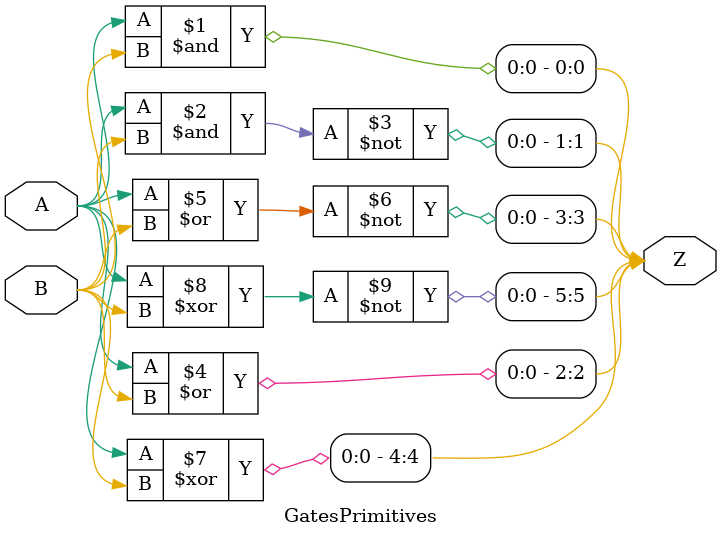
<source format=v>



`timescale 1ns / 100ps

module GatesPrimitives (

   input  wire A,
   input  wire B,
   output wire [5:0] Z    // note that Z is a 6-bit width output BUS

   ) ;

   // AND gate
   and u0 (Z[0], A, B) ;

   // NAND gate
   nand u1 (Z[1], A, B);

   // OR gate
   or u2 (Z[2], A, B) ;

   // NOR gate
   nor u3 (Z[3], A, B) ;

   // XOR gate
   xor u4 (Z[4], A, B) ;

   // XNOR gate
   xnor u5 (Z[5], A, B) ;


endmodule


</source>
